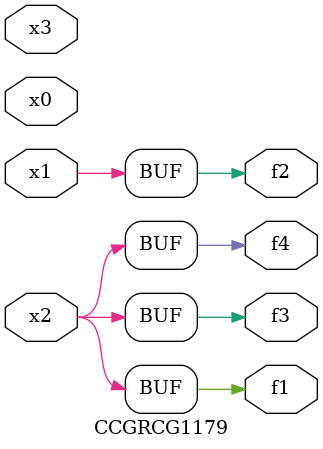
<source format=v>
module CCGRCG1179(
	input x0, x1, x2, x3,
	output f1, f2, f3, f4
);
	assign f1 = x2;
	assign f2 = x1;
	assign f3 = x2;
	assign f4 = x2;
endmodule

</source>
